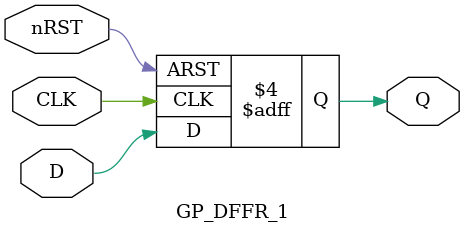
<source format=v>
module GP_DFFR_1(input D, CLK, nRST, output reg Q);
	parameter [0:0] INIT = 1'bx;
	initial Q = INIT;
	always @(posedge CLK, negedge nRST) begin
		if (!nRST)
			Q <= 1'b0;
		else
			Q <= D;
	end
endmodule
</source>
